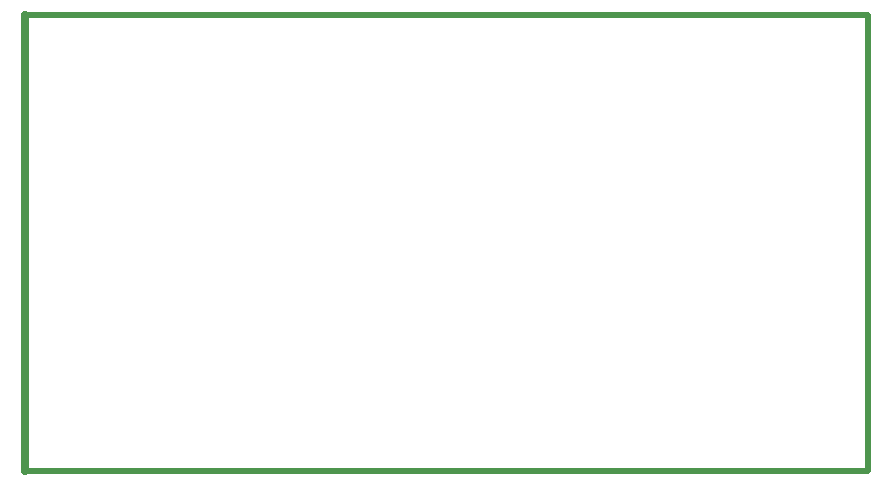
<source format=gbr>
G04 start of page 4 for group 6 idx 6 *
G04 Title: (unknown), outline *
G04 Creator: pcb 20110918 *
G04 CreationDate: sön  3 jan 2016 17:39:44 UTC *
G04 For: mohsen *
G04 Format: Gerber/RS-274X *
G04 PCB-Dimensions: 600000 500000 *
G04 PCB-Coordinate-Origin: lower left *
%MOIN*%
%FSLAX25Y25*%
%LNOUTLINE*%
%ADD41C,0.0200*%
%ADD40C,0.0250*%
G54D40*X1000Y499000D02*Y347000D01*
G54D41*X282000Y499000D02*Y347000D01*
X1000D02*X282000D01*
Y499000D02*X1000D01*
M02*

</source>
